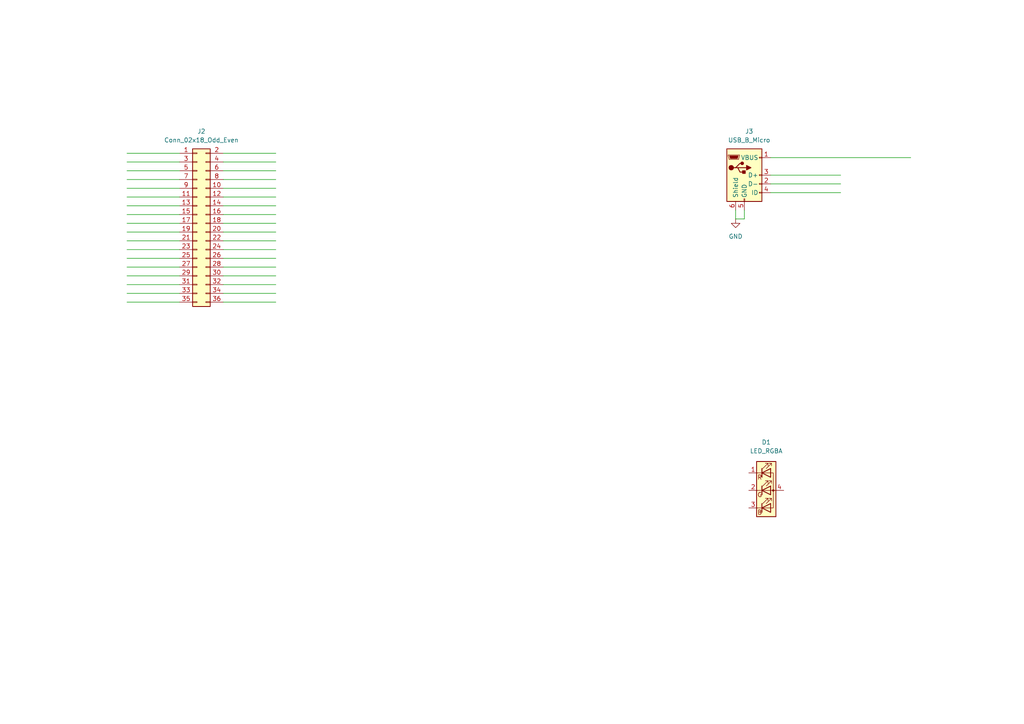
<source format=kicad_sch>
(kicad_sch (version 20210621) (generator eeschema)
  (paper "A4")
  (lib_symbols
    (symbol "Connector:USB_B_Micro" (pin_names (offset 1.016))
      (property "Reference" "J" (at -5.08 11.43 0))
      (property "Value" "USB_B_Micro" (at -5.08 8.89 0))
      (symbol "USB_B_Micro_0_1"
        (circle (center -3.81 2.159) (radius 0.635) (stroke (width 0.254)) (fill (type outline)))
        (circle (center -0.635 3.429) (radius 0.381) (stroke (width 0.254)) (fill (type outline)))
        (rectangle (start -0.127 -7.62) (end 0.127 -6.858))
        (rectangle (start 5.08 -5.207) (end 4.318 -4.953))
        (rectangle (start 5.08 -2.667) (end 4.318 -2.413))
        (rectangle (start 5.08 -0.127) (end 4.318 0.127))
        (rectangle (start 5.08 4.953) (end 4.318 5.207))
        (rectangle (start 0.254 1.27) (end -0.508 0.508) (stroke (width 0.254)) (fill (type outline)))
        (rectangle (start -5.08 -7.62) (end 5.08 7.62) (stroke (width 0.254)) (fill (type background)))
        (polyline (pts (xy -1.905 2.159) (xy 0.635 2.159)) (stroke (width 0.254)))
        (polyline (pts (xy -3.175 2.159) (xy -2.54 2.159) (xy -1.27 3.429) (xy -0.635 3.429)) (stroke (width 0.254)))
        (polyline (pts (xy -2.54 2.159) (xy -1.905 2.159) (xy -1.27 0.889) (xy 0 0.889)) (stroke (width 0.254)))
        (polyline (pts (xy -4.699 5.842) (xy -4.699 5.588) (xy -4.445 4.826) (xy -4.445 4.572) (xy -1.651 4.572) (xy -1.651 4.826) (xy -1.397 5.588) (xy -1.397 5.842) (xy -4.699 5.842)))
        (polyline (pts (xy 0.635 2.794) (xy 0.635 1.524) (xy 1.905 2.159) (xy 0.635 2.794)) (stroke (width 0.254)) (fill (type outline)))
        (polyline (pts (xy -4.318 5.588) (xy -1.778 5.588) (xy -2.032 4.826) (xy -4.064 4.826) (xy -4.318 5.588)) (fill (type outline)))
      )
      (symbol "USB_B_Micro_1_1"
        (pin power_out line (at 7.62 5.08 180) (length 2.54) (name "VBUS") (number "1"))
        (pin bidirectional line (at 7.62 -2.54 180) (length 2.54) (name "D-") (number "2"))
        (pin bidirectional line (at 7.62 0 180) (length 2.54) (name "D+") (number "3"))
        (pin passive line (at 7.62 -5.08 180) (length 2.54) (name "ID") (number "4"))
        (pin power_out line (at 0 -10.16 90) (length 2.54) (name "GND") (number "5"))
        (pin passive line (at -2.54 -10.16 90) (length 2.54) (name "Shield") (number "6"))
      )
    )
    (symbol "Connector_Generic:Conn_02x18_Odd_Even" (pin_names (offset 1.016) hide)
      (property "Reference" "J" (at 1.27 22.86 0))
      (property "Value" "Conn_02x18_Odd_Even" (at 1.27 -25.4 0))
      (symbol "Conn_02x18_Odd_Even_1_1"
        (rectangle (start -1.27 -22.733) (end 0 -22.987) (stroke (width 0.1524)))
        (rectangle (start -1.27 -20.193) (end 0 -20.447) (stroke (width 0.1524)))
        (rectangle (start -1.27 -17.653) (end 0 -17.907) (stroke (width 0.1524)))
        (rectangle (start -1.27 -15.113) (end 0 -15.367) (stroke (width 0.1524)))
        (rectangle (start -1.27 -12.573) (end 0 -12.827) (stroke (width 0.1524)))
        (rectangle (start -1.27 -10.033) (end 0 -10.287) (stroke (width 0.1524)))
        (rectangle (start -1.27 -7.493) (end 0 -7.747) (stroke (width 0.1524)))
        (rectangle (start -1.27 -4.953) (end 0 -5.207) (stroke (width 0.1524)))
        (rectangle (start -1.27 -2.413) (end 0 -2.667) (stroke (width 0.1524)))
        (rectangle (start -1.27 0.127) (end 0 -0.127) (stroke (width 0.1524)))
        (rectangle (start -1.27 2.667) (end 0 2.413) (stroke (width 0.1524)))
        (rectangle (start -1.27 5.207) (end 0 4.953) (stroke (width 0.1524)))
        (rectangle (start -1.27 7.747) (end 0 7.493) (stroke (width 0.1524)))
        (rectangle (start -1.27 10.287) (end 0 10.033) (stroke (width 0.1524)))
        (rectangle (start -1.27 12.827) (end 0 12.573) (stroke (width 0.1524)))
        (rectangle (start -1.27 15.367) (end 0 15.113) (stroke (width 0.1524)))
        (rectangle (start -1.27 17.907) (end 0 17.653) (stroke (width 0.1524)))
        (rectangle (start -1.27 20.447) (end 0 20.193) (stroke (width 0.1524)))
        (rectangle (start 3.81 -22.733) (end 2.54 -22.987) (stroke (width 0.1524)))
        (rectangle (start 3.81 -20.193) (end 2.54 -20.447) (stroke (width 0.1524)))
        (rectangle (start 3.81 -17.653) (end 2.54 -17.907) (stroke (width 0.1524)))
        (rectangle (start 3.81 -15.113) (end 2.54 -15.367) (stroke (width 0.1524)))
        (rectangle (start 3.81 -12.573) (end 2.54 -12.827) (stroke (width 0.1524)))
        (rectangle (start 3.81 -10.033) (end 2.54 -10.287) (stroke (width 0.1524)))
        (rectangle (start 3.81 -7.493) (end 2.54 -7.747) (stroke (width 0.1524)))
        (rectangle (start 3.81 -4.953) (end 2.54 -5.207) (stroke (width 0.1524)))
        (rectangle (start 3.81 -2.413) (end 2.54 -2.667) (stroke (width 0.1524)))
        (rectangle (start 3.81 0.127) (end 2.54 -0.127) (stroke (width 0.1524)))
        (rectangle (start 3.81 2.667) (end 2.54 2.413) (stroke (width 0.1524)))
        (rectangle (start 3.81 5.207) (end 2.54 4.953) (stroke (width 0.1524)))
        (rectangle (start 3.81 7.747) (end 2.54 7.493) (stroke (width 0.1524)))
        (rectangle (start 3.81 10.287) (end 2.54 10.033) (stroke (width 0.1524)))
        (rectangle (start 3.81 12.827) (end 2.54 12.573) (stroke (width 0.1524)))
        (rectangle (start 3.81 15.367) (end 2.54 15.113) (stroke (width 0.1524)))
        (rectangle (start 3.81 17.907) (end 2.54 17.653) (stroke (width 0.1524)))
        (rectangle (start 3.81 20.447) (end 2.54 20.193) (stroke (width 0.1524)))
        (rectangle (start -1.27 21.59) (end 3.81 -24.13) (stroke (width 0.254)) (fill (type background)))
        (pin passive line (at -5.08 20.32 0) (length 3.81) (name "Pin_1") (number "1"))
        (pin passive line (at 7.62 10.16 180) (length 3.81) (name "Pin_10") (number "10"))
        (pin passive line (at -5.08 7.62 0) (length 3.81) (name "Pin_11") (number "11"))
        (pin passive line (at 7.62 7.62 180) (length 3.81) (name "Pin_12") (number "12"))
        (pin passive line (at -5.08 5.08 0) (length 3.81) (name "Pin_13") (number "13"))
        (pin passive line (at 7.62 5.08 180) (length 3.81) (name "Pin_14") (number "14"))
        (pin passive line (at -5.08 2.54 0) (length 3.81) (name "Pin_15") (number "15"))
        (pin passive line (at 7.62 2.54 180) (length 3.81) (name "Pin_16") (number "16"))
        (pin passive line (at -5.08 0 0) (length 3.81) (name "Pin_17") (number "17"))
        (pin passive line (at 7.62 0 180) (length 3.81) (name "Pin_18") (number "18"))
        (pin passive line (at -5.08 -2.54 0) (length 3.81) (name "Pin_19") (number "19"))
        (pin passive line (at 7.62 20.32 180) (length 3.81) (name "Pin_2") (number "2"))
        (pin passive line (at 7.62 -2.54 180) (length 3.81) (name "Pin_20") (number "20"))
        (pin passive line (at -5.08 -5.08 0) (length 3.81) (name "Pin_21") (number "21"))
        (pin passive line (at 7.62 -5.08 180) (length 3.81) (name "Pin_22") (number "22"))
        (pin passive line (at -5.08 -7.62 0) (length 3.81) (name "Pin_23") (number "23"))
        (pin passive line (at 7.62 -7.62 180) (length 3.81) (name "Pin_24") (number "24"))
        (pin passive line (at -5.08 -10.16 0) (length 3.81) (name "Pin_25") (number "25"))
        (pin passive line (at 7.62 -10.16 180) (length 3.81) (name "Pin_26") (number "26"))
        (pin passive line (at -5.08 -12.7 0) (length 3.81) (name "Pin_27") (number "27"))
        (pin passive line (at 7.62 -12.7 180) (length 3.81) (name "Pin_28") (number "28"))
        (pin passive line (at -5.08 -15.24 0) (length 3.81) (name "Pin_29") (number "29"))
        (pin passive line (at -5.08 17.78 0) (length 3.81) (name "Pin_3") (number "3"))
        (pin passive line (at 7.62 -15.24 180) (length 3.81) (name "Pin_30") (number "30"))
        (pin passive line (at -5.08 -17.78 0) (length 3.81) (name "Pin_31") (number "31"))
        (pin passive line (at 7.62 -17.78 180) (length 3.81) (name "Pin_32") (number "32"))
        (pin passive line (at -5.08 -20.32 0) (length 3.81) (name "Pin_33") (number "33"))
        (pin passive line (at 7.62 -20.32 180) (length 3.81) (name "Pin_34") (number "34"))
        (pin passive line (at -5.08 -22.86 0) (length 3.81) (name "Pin_35") (number "35"))
        (pin passive line (at 7.62 -22.86 180) (length 3.81) (name "Pin_36") (number "36"))
        (pin passive line (at 7.62 17.78 180) (length 3.81) (name "Pin_4") (number "4"))
        (pin passive line (at -5.08 15.24 0) (length 3.81) (name "Pin_5") (number "5"))
        (pin passive line (at 7.62 15.24 180) (length 3.81) (name "Pin_6") (number "6"))
        (pin passive line (at -5.08 12.7 0) (length 3.81) (name "Pin_7") (number "7"))
        (pin passive line (at 7.62 12.7 180) (length 3.81) (name "Pin_8") (number "8"))
        (pin passive line (at -5.08 10.16 0) (length 3.81) (name "Pin_9") (number "9"))
      )
    )
    (symbol "Device:LED_RGBA" (pin_names (offset 0) hide)
      (property "Reference" "D" (at 0 9.398 0))
      (property "Value" "LED_RGBA" (at 0 -8.89 0))
      (symbol "LED_RGBA_0_0"
        (text "B" (at -1.905 -6.35 0) (effects (font (size 1.27 1.27))))
        (text "G" (at -1.905 -1.27 0) (effects (font (size 1.27 1.27))))
        (text "R" (at -1.905 3.81 0) (effects (font (size 1.27 1.27))))
      )
      (symbol "LED_RGBA_0_1"
        (circle (center 2.032 0) (radius 0.254) (fill (type outline)))
        (rectangle (start 1.27 -1.27) (end 1.27 1.27))
        (rectangle (start 1.27 1.27) (end 1.27 1.27))
        (rectangle (start 1.27 3.81) (end 1.27 6.35))
        (rectangle (start 1.27 6.35) (end 1.27 6.35))
        (rectangle (start 2.794 8.382) (end -2.794 -7.62) (stroke (width 0.254)) (fill (type background)))
        (polyline (pts (xy -1.27 -5.08) (xy -2.54 -5.08)))
        (polyline (pts (xy -1.27 -5.08) (xy 1.27 -5.08)))
        (polyline (pts (xy -1.27 -3.81) (xy -1.27 -6.35)) (stroke (width 0.254)))
        (polyline (pts (xy -1.27 0) (xy -2.54 0)))
        (polyline (pts (xy -1.27 1.27) (xy -1.27 -1.27)) (stroke (width 0.254)))
        (polyline (pts (xy -1.27 5.08) (xy -2.54 5.08)))
        (polyline (pts (xy -1.27 5.08) (xy 1.27 5.08)))
        (polyline (pts (xy -1.27 6.35) (xy -1.27 3.81)) (stroke (width 0.254)))
        (polyline (pts (xy 1.27 0) (xy -1.27 0)))
        (polyline (pts (xy 1.27 0) (xy 2.54 0)))
        (polyline (pts (xy -1.27 1.27) (xy -1.27 -1.27) (xy -1.27 -1.27)))
        (polyline (pts (xy -1.27 6.35) (xy -1.27 3.81) (xy -1.27 3.81)))
        (polyline (pts (xy 1.27 -5.08) (xy 2.032 -5.08) (xy 2.032 5.08) (xy 1.27 5.08)))
        (polyline (pts (xy 1.27 -3.81) (xy 1.27 -6.35) (xy -1.27 -5.08) (xy 1.27 -3.81)) (stroke (width 0.254)))
        (polyline (pts (xy 1.27 1.27) (xy 1.27 -1.27) (xy -1.27 0) (xy 1.27 1.27)) (stroke (width 0.254)))
        (polyline (pts (xy 1.27 6.35) (xy 1.27 3.81) (xy -1.27 5.08) (xy 1.27 6.35)) (stroke (width 0.254)))
        (polyline (pts (xy -1.016 -3.81) (xy 0.508 -2.286) (xy -0.254 -2.286) (xy 0.508 -2.286) (xy 0.508 -3.048)))
        (polyline (pts (xy -1.016 1.27) (xy 0.508 2.794) (xy -0.254 2.794) (xy 0.508 2.794) (xy 0.508 2.032)))
        (polyline (pts (xy -1.016 6.35) (xy 0.508 7.874) (xy -0.254 7.874) (xy 0.508 7.874) (xy 0.508 7.112)))
        (polyline (pts (xy 0 -3.81) (xy 1.524 -2.286) (xy 0.762 -2.286) (xy 1.524 -2.286) (xy 1.524 -3.048)))
        (polyline (pts (xy 0 1.27) (xy 1.524 2.794) (xy 0.762 2.794) (xy 1.524 2.794) (xy 1.524 2.032)))
        (polyline (pts (xy 0 6.35) (xy 1.524 7.874) (xy 0.762 7.874) (xy 1.524 7.874) (xy 1.524 7.112)))
      )
      (symbol "LED_RGBA_1_1"
        (pin passive line (at -5.08 5.08 0) (length 2.54) (name "RK") (number "1"))
        (pin passive line (at -5.08 0 0) (length 2.54) (name "GK") (number "2"))
        (pin passive line (at -5.08 -5.08 0) (length 2.54) (name "BK") (number "3"))
        (pin passive line (at 5.08 0 180) (length 2.54) (name "A") (number "4"))
      )
    )
    (symbol "power:GND" (power) (pin_names (offset 0))
      (property "Value" "GND" (at 0 -3.81 0))
      (symbol "GND_0_1"
        (polyline (pts (xy 0 0) (xy 0 -1.27) (xy 1.27 -1.27) (xy 0 -2.54) (xy -1.27 -1.27) (xy 0 -1.27)))
      )
      (symbol "GND_1_1"
        (pin power_in line (at 0 0 270) (length 0) hide (name "GND") (number "1"))
      )
    )
  )
  (wire (pts (xy 36.83 44.45) (xy 52.07 44.45)))
  (wire (pts (xy 36.83 46.99) (xy 52.07 46.99)))
  (wire (pts (xy 36.83 49.53) (xy 52.07 49.53)))
  (wire (pts (xy 36.83 52.07) (xy 52.07 52.07)))
  (wire (pts (xy 36.83 54.61) (xy 52.07 54.61)))
  (wire (pts (xy 36.83 57.15) (xy 52.07 57.15)))
  (wire (pts (xy 36.83 59.69) (xy 52.07 59.69)))
  (wire (pts (xy 36.83 62.23) (xy 52.07 62.23)))
  (wire (pts (xy 36.83 64.77) (xy 52.07 64.77)))
  (wire (pts (xy 36.83 67.31) (xy 52.07 67.31)))
  (wire (pts (xy 36.83 69.85) (xy 52.07 69.85)))
  (wire (pts (xy 36.83 72.39) (xy 52.07 72.39)))
  (wire (pts (xy 36.83 74.93) (xy 52.07 74.93)))
  (wire (pts (xy 36.83 77.47) (xy 52.07 77.47)))
  (wire (pts (xy 36.83 80.01) (xy 52.07 80.01)))
  (wire (pts (xy 36.83 82.55) (xy 52.07 82.55)))
  (wire (pts (xy 36.83 85.09) (xy 52.07 85.09)))
  (wire (pts (xy 36.83 87.63) (xy 52.07 87.63)))
  (wire (pts (xy 64.77 44.45) (xy 80.01 44.45)))
  (wire (pts (xy 64.77 46.99) (xy 80.01 46.99)))
  (wire (pts (xy 64.77 49.53) (xy 80.01 49.53)))
  (wire (pts (xy 64.77 52.07) (xy 80.01 52.07)))
  (wire (pts (xy 64.77 54.61) (xy 80.01 54.61)))
  (wire (pts (xy 64.77 57.15) (xy 80.01 57.15)))
  (wire (pts (xy 64.77 59.69) (xy 80.01 59.69)))
  (wire (pts (xy 64.77 62.23) (xy 80.01 62.23)))
  (wire (pts (xy 64.77 64.77) (xy 80.01 64.77)))
  (wire (pts (xy 64.77 67.31) (xy 80.01 67.31)))
  (wire (pts (xy 64.77 69.85) (xy 80.01 69.85)))
  (wire (pts (xy 64.77 72.39) (xy 80.01 72.39)))
  (wire (pts (xy 64.77 74.93) (xy 80.01 74.93)))
  (wire (pts (xy 64.77 77.47) (xy 80.01 77.47)))
  (wire (pts (xy 64.77 80.01) (xy 80.01 80.01)))
  (wire (pts (xy 64.77 82.55) (xy 80.01 82.55)))
  (wire (pts (xy 64.77 85.09) (xy 80.01 85.09)))
  (wire (pts (xy 64.77 87.63) (xy 80.01 87.63)))
  (wire (pts (xy 213.36 60.96) (xy 213.36 63.5)))
  (wire (pts (xy 213.36 63.5) (xy 215.9 63.5)))
  (wire (pts (xy 215.9 60.96) (xy 215.9 63.5)))
  (wire (pts (xy 223.52 45.72) (xy 264.16 45.72)))
  (wire (pts (xy 223.52 50.8) (xy 243.84 50.8)))
  (wire (pts (xy 223.52 53.34) (xy 243.84 53.34)))
  (wire (pts (xy 223.52 55.88) (xy 243.84 55.88)))
  (symbol (lib_id "power:GND") (at 213.36 63.5 0)
    (property "Reference" "#PWR0112" (effects hide))
    (property "Value" "GND" (at 213.36 68.58 0))
  )
  (symbol (lib_id "Device:LED_RGBA") (at 222.25 142.24 0)
    (property "Reference" "D1" (at 222.25 128.27 0))
    (property "Value" "LED_RGBA" (at 222.25 130.81 0))
  )
  (symbol (lib_id "Connector:USB_B_Micro") (at 215.9 50.8 0)
    (property "Reference" "J3" (at 217.297 38.1 0))
    (property "Value" "USB_B_Micro" (at 217.297 40.64 0))
    (property "Footprint" "Connector_USB:USB_Micro-B_Amphenol_10103594-0001LF_Horizontal" (effects hide))
  )
  (symbol (lib_id "Connector_Generic:Conn_02x18_Odd_Even") (at 57.15 64.77 0)
    (property "Reference" "J2" (at 58.42 38.1 0))
    (property "Value" "Conn_02x18_Odd_Even" (at 58.42 40.64 0))
    (property "Footprint" "Connector_PinHeader_2.54mm:PinHeader_2x18_P2.54mm_Vertical" (effects hide))
  )
)
</source>
